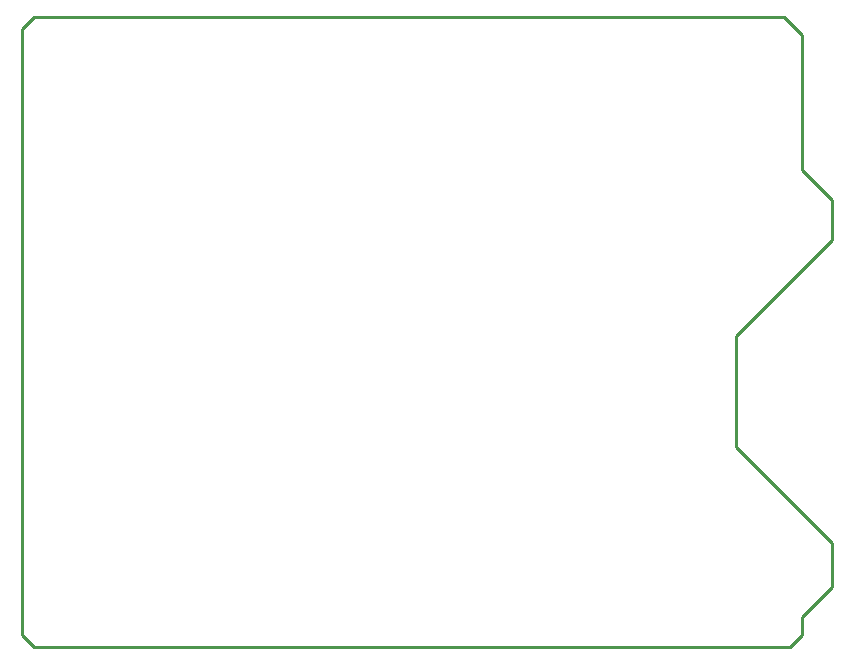
<source format=gko>
G04 Layer: BoardOutline*
G04 EasyEDA v6.2.46, 2019-11-05T08:36:27+02:00*
G04 58835fe1968247bcbae2d138d8cab9b4,88f35c52922c4fbc8d6ac25f651a04fd,10*
G04 Gerber Generator version 0.2*
G04 Scale: 100 percent, Rotated: No, Reflected: No *
G04 Dimensions in millimeters *
G04 leading zeros omitted , absolute positions ,3 integer and 3 decimal *
%FSLAX33Y33*%
%MOMM*%
G90*
G71D02*

%ADD10C,0.254000*%
G54D10*
G01X0Y52324D02*
G01X1016Y53340D01*
G01X64516Y53340D01*
G01X66040Y51816D01*
G01X66040Y40386D01*
G01X68580Y37846D01*
G01X68580Y34417D01*
G01X60452Y26289D01*
G01X60452Y16891D01*
G01X68580Y8763D01*
G01X68580Y5080D01*
G01X66040Y2540D01*
G01X66040Y1016D01*
G01X65024Y0D01*
G01X1016Y0D01*
G01X0Y1016D01*
G01X0Y52324D01*

%LPD*%
M00*
M02*

</source>
